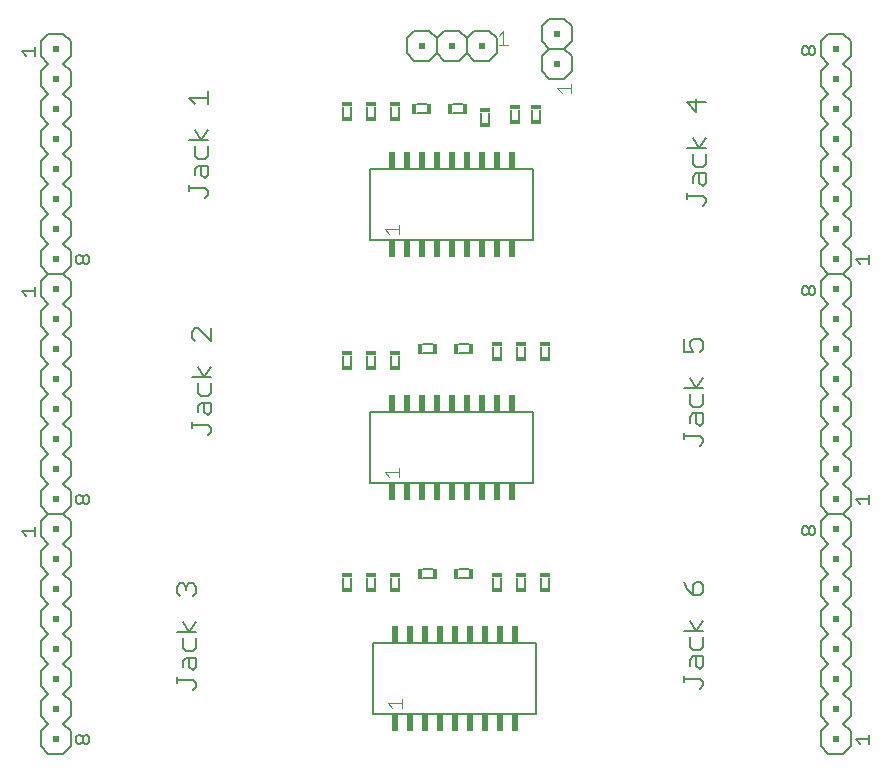
<source format=gto>
G75*
%MOIN*%
%OFA0B0*%
%FSLAX24Y24*%
%IPPOS*%
%LPD*%
%AMOC8*
5,1,8,0,0,1.08239X$1,22.5*
%
%ADD10C,0.0060*%
%ADD11C,0.0050*%
%ADD12R,0.0200X0.0200*%
%ADD13C,0.0080*%
%ADD14C,0.0040*%
%ADD15R,0.0197X0.0524*%
%ADD16R,0.0340X0.0160*%
%ADD17R,0.0160X0.0340*%
D10*
X001460Y000933D02*
X001460Y001433D01*
X001710Y001683D01*
X001460Y001933D01*
X001460Y002433D01*
X001710Y002683D01*
X001460Y002933D01*
X001460Y003433D01*
X001710Y003683D01*
X001460Y003933D01*
X001460Y004433D01*
X001710Y004683D01*
X001460Y004933D01*
X001460Y005433D01*
X001710Y005683D01*
X001460Y005933D01*
X001460Y006433D01*
X001710Y006683D01*
X001460Y006933D01*
X001460Y007433D01*
X001710Y007683D01*
X001460Y007933D01*
X001460Y008433D01*
X001710Y008683D01*
X002210Y008683D01*
X002460Y008433D01*
X002460Y007933D01*
X002210Y007683D01*
X002460Y007433D01*
X002460Y006933D01*
X002210Y006683D01*
X002460Y006433D01*
X002460Y005933D01*
X002210Y005683D01*
X002460Y005433D01*
X002460Y004933D01*
X002210Y004683D01*
X002460Y004433D01*
X002460Y003933D01*
X002210Y003683D01*
X002460Y003433D01*
X002460Y002933D01*
X002210Y002683D01*
X002460Y002433D01*
X002460Y001933D01*
X002210Y001683D01*
X002460Y001433D01*
X002460Y000933D01*
X002210Y000683D01*
X001710Y000683D01*
X001460Y000933D01*
X005989Y003027D02*
X005989Y003240D01*
X005989Y003134D02*
X006523Y003134D01*
X006630Y003027D01*
X006630Y002920D01*
X006523Y002813D01*
X006523Y003458D02*
X006416Y003565D01*
X006416Y003885D01*
X006310Y003885D02*
X006630Y003885D01*
X006630Y003565D01*
X006523Y003458D01*
X006203Y003565D02*
X006203Y003778D01*
X006310Y003885D01*
X006310Y004102D02*
X006523Y004102D01*
X006630Y004209D01*
X006630Y004529D01*
X006630Y004747D02*
X005989Y004747D01*
X006203Y004529D02*
X006203Y004209D01*
X006310Y004102D01*
X006416Y004747D02*
X006203Y005067D01*
X006416Y004747D02*
X006630Y005067D01*
X006523Y005929D02*
X006630Y006035D01*
X006630Y006249D01*
X006523Y006356D01*
X006416Y006356D01*
X006310Y006249D01*
X006310Y006142D01*
X006310Y006249D02*
X006203Y006356D01*
X006096Y006356D01*
X005989Y006249D01*
X005989Y006035D01*
X006096Y005929D01*
X002460Y008933D02*
X002210Y008683D01*
X001710Y008683D01*
X001460Y008933D01*
X001460Y009433D01*
X001710Y009683D01*
X001460Y009933D01*
X001460Y010433D01*
X001710Y010683D01*
X001460Y010933D01*
X001460Y011433D01*
X001710Y011683D01*
X001460Y011933D01*
X001460Y012433D01*
X001710Y012683D01*
X001460Y012933D01*
X001460Y013433D01*
X001710Y013683D01*
X001460Y013933D01*
X001460Y014433D01*
X001710Y014683D01*
X001460Y014933D01*
X001460Y015433D01*
X001710Y015683D01*
X001460Y015933D01*
X001460Y016433D01*
X001710Y016683D01*
X002210Y016683D01*
X002460Y016433D01*
X002460Y015933D01*
X002210Y015683D01*
X002460Y015433D01*
X002460Y014933D01*
X002210Y014683D01*
X002460Y014433D01*
X002460Y013933D01*
X002210Y013683D01*
X002460Y013433D01*
X002460Y012933D01*
X002210Y012683D01*
X002460Y012433D01*
X002460Y011933D01*
X002210Y011683D01*
X002460Y011433D01*
X002460Y010933D01*
X002210Y010683D01*
X002460Y010433D01*
X002460Y009933D01*
X002210Y009683D01*
X002460Y009433D01*
X002460Y008933D01*
X006489Y011527D02*
X006489Y011740D01*
X006489Y011634D02*
X007023Y011634D01*
X007130Y011527D01*
X007130Y011420D01*
X007023Y011313D01*
X007023Y011958D02*
X006916Y012065D01*
X006916Y012385D01*
X006810Y012385D02*
X007130Y012385D01*
X007130Y012065D01*
X007023Y011958D01*
X006703Y012065D02*
X006703Y012278D01*
X006810Y012385D01*
X006810Y012602D02*
X007023Y012602D01*
X007130Y012709D01*
X007130Y013029D01*
X007130Y013247D02*
X006489Y013247D01*
X006703Y013029D02*
X006703Y012709D01*
X006810Y012602D01*
X006916Y013247D02*
X006703Y013567D01*
X006916Y013247D02*
X007130Y013567D01*
X007130Y014429D02*
X006703Y014856D01*
X006596Y014856D01*
X006489Y014749D01*
X006489Y014535D01*
X006596Y014429D01*
X007130Y014429D02*
X007130Y014856D01*
X011520Y013953D02*
X011520Y013613D01*
X011800Y013613D02*
X011800Y013953D01*
X012320Y013953D02*
X012320Y013613D01*
X012600Y013613D02*
X012600Y013953D01*
X013120Y013953D02*
X013120Y013613D01*
X013400Y013613D02*
X013400Y013953D01*
X014190Y014043D02*
X014530Y014043D01*
X014530Y014323D02*
X014190Y014323D01*
X015390Y014323D02*
X015730Y014323D01*
X015730Y014043D02*
X015390Y014043D01*
X016520Y013913D02*
X016520Y014253D01*
X016800Y014253D02*
X016800Y013913D01*
X017320Y013913D02*
X017320Y014253D01*
X017600Y014253D02*
X017600Y013913D01*
X018120Y013913D02*
X018120Y014253D01*
X018400Y014253D02*
X018400Y013913D01*
X022889Y014069D02*
X023210Y014069D01*
X023103Y014282D01*
X023103Y014389D01*
X023210Y014496D01*
X023423Y014496D01*
X023530Y014389D01*
X023530Y014176D01*
X023423Y014069D01*
X022889Y014069D02*
X022889Y014496D01*
X023103Y013207D02*
X023316Y012887D01*
X023530Y013207D01*
X023530Y012887D02*
X022889Y012887D01*
X023103Y012670D02*
X023103Y012349D01*
X023210Y012243D01*
X023423Y012243D01*
X023530Y012349D01*
X023530Y012670D01*
X023530Y012025D02*
X023210Y012025D01*
X023103Y011918D01*
X023103Y011705D01*
X023316Y011705D02*
X023316Y012025D01*
X023530Y012025D02*
X023530Y011705D01*
X023423Y011598D01*
X023316Y011705D01*
X023423Y011274D02*
X022889Y011274D01*
X022889Y011380D02*
X022889Y011167D01*
X023423Y011274D02*
X023530Y011167D01*
X023530Y011060D01*
X023423Y010953D01*
X027460Y010933D02*
X027460Y011433D01*
X027710Y011683D01*
X027460Y011933D01*
X027460Y012433D01*
X027710Y012683D01*
X027460Y012933D01*
X027460Y013433D01*
X027710Y013683D01*
X027460Y013933D01*
X027460Y014433D01*
X027710Y014683D01*
X027460Y014933D01*
X027460Y015433D01*
X027710Y015683D01*
X027460Y015933D01*
X027460Y016433D01*
X027710Y016683D01*
X028210Y016683D01*
X028460Y016433D01*
X028460Y015933D01*
X028210Y015683D01*
X028460Y015433D01*
X028460Y014933D01*
X028210Y014683D01*
X028460Y014433D01*
X028460Y013933D01*
X028210Y013683D01*
X028460Y013433D01*
X028460Y012933D01*
X028210Y012683D01*
X028460Y012433D01*
X028460Y011933D01*
X028210Y011683D01*
X028460Y011433D01*
X028460Y010933D01*
X028210Y010683D01*
X028460Y010433D01*
X028460Y009933D01*
X028210Y009683D01*
X028460Y009433D01*
X028460Y008933D01*
X028210Y008683D01*
X028460Y008433D01*
X028460Y007933D01*
X028210Y007683D01*
X028460Y007433D01*
X028460Y006933D01*
X028210Y006683D01*
X028460Y006433D01*
X028460Y005933D01*
X028210Y005683D01*
X028460Y005433D01*
X028460Y004933D01*
X028210Y004683D01*
X028460Y004433D01*
X028460Y003933D01*
X028210Y003683D01*
X028460Y003433D01*
X028460Y002933D01*
X028210Y002683D01*
X028460Y002433D01*
X028460Y001933D01*
X028210Y001683D01*
X028460Y001433D01*
X028460Y000933D01*
X028210Y000683D01*
X027710Y000683D01*
X027460Y000933D01*
X027460Y001433D01*
X027710Y001683D01*
X027460Y001933D01*
X027460Y002433D01*
X027710Y002683D01*
X027460Y002933D01*
X027460Y003433D01*
X027710Y003683D01*
X027460Y003933D01*
X027460Y004433D01*
X027710Y004683D01*
X027460Y004933D01*
X027460Y005433D01*
X027710Y005683D01*
X027460Y005933D01*
X027460Y006433D01*
X027710Y006683D01*
X027460Y006933D01*
X027460Y007433D01*
X027710Y007683D01*
X027460Y007933D01*
X027460Y008433D01*
X027710Y008683D01*
X028210Y008683D01*
X027710Y008683D01*
X027460Y008933D01*
X027460Y009433D01*
X027710Y009683D01*
X027460Y009933D01*
X027460Y010433D01*
X027710Y010683D01*
X027460Y010933D01*
X023423Y006396D02*
X023316Y006396D01*
X023210Y006289D01*
X023210Y005969D01*
X023423Y005969D01*
X023530Y006076D01*
X023530Y006289D01*
X023423Y006396D01*
X022996Y006182D02*
X023210Y005969D01*
X022996Y006182D02*
X022889Y006396D01*
X023103Y005107D02*
X023316Y004787D01*
X023530Y005107D01*
X023530Y004787D02*
X022889Y004787D01*
X023103Y004570D02*
X023103Y004249D01*
X023210Y004143D01*
X023423Y004143D01*
X023530Y004249D01*
X023530Y004570D01*
X023530Y003925D02*
X023210Y003925D01*
X023103Y003818D01*
X023103Y003605D01*
X023316Y003605D02*
X023316Y003925D01*
X023530Y003925D02*
X023530Y003605D01*
X023423Y003498D01*
X023316Y003605D01*
X023423Y003174D02*
X022889Y003174D01*
X022889Y003280D02*
X022889Y003067D01*
X023423Y003174D02*
X023530Y003067D01*
X023530Y002960D01*
X023423Y002853D01*
X018400Y006213D02*
X018400Y006553D01*
X018120Y006553D02*
X018120Y006213D01*
X017600Y006213D02*
X017600Y006553D01*
X017320Y006553D02*
X017320Y006213D01*
X016800Y006213D02*
X016800Y006553D01*
X016520Y006553D02*
X016520Y006213D01*
X015730Y006543D02*
X015390Y006543D01*
X015390Y006823D02*
X015730Y006823D01*
X014530Y006823D02*
X014190Y006823D01*
X014190Y006543D02*
X014530Y006543D01*
X013400Y006553D02*
X013400Y006213D01*
X013120Y006213D02*
X013120Y006553D01*
X012600Y006553D02*
X012600Y006213D01*
X012320Y006213D02*
X012320Y006553D01*
X011800Y006553D02*
X011800Y006213D01*
X011520Y006213D02*
X011520Y006553D01*
X002210Y016683D02*
X001710Y016683D01*
X001460Y016933D01*
X001460Y017433D01*
X001710Y017683D01*
X001460Y017933D01*
X001460Y018433D01*
X001710Y018683D01*
X001460Y018933D01*
X001460Y019433D01*
X001710Y019683D01*
X001460Y019933D01*
X001460Y020433D01*
X001710Y020683D01*
X001460Y020933D01*
X001460Y021433D01*
X001710Y021683D01*
X001460Y021933D01*
X001460Y022433D01*
X001710Y022683D01*
X001460Y022933D01*
X001460Y023433D01*
X001710Y023683D01*
X001460Y023933D01*
X001460Y024433D01*
X001710Y024683D01*
X002210Y024683D01*
X002460Y024433D01*
X002460Y023933D01*
X002210Y023683D01*
X002460Y023433D01*
X002460Y022933D01*
X002210Y022683D01*
X002460Y022433D01*
X002460Y021933D01*
X002210Y021683D01*
X002460Y021433D01*
X002460Y020933D01*
X002210Y020683D01*
X002460Y020433D01*
X002460Y019933D01*
X002210Y019683D01*
X002460Y019433D01*
X002460Y018933D01*
X002210Y018683D01*
X002460Y018433D01*
X002460Y017933D01*
X002210Y017683D01*
X002460Y017433D01*
X002460Y016933D01*
X002210Y016683D01*
X006389Y019427D02*
X006389Y019640D01*
X006389Y019534D02*
X006923Y019534D01*
X007030Y019427D01*
X007030Y019320D01*
X006923Y019213D01*
X006923Y019858D02*
X006816Y019965D01*
X006816Y020285D01*
X006710Y020285D02*
X007030Y020285D01*
X007030Y019965D01*
X006923Y019858D01*
X006603Y019965D02*
X006603Y020178D01*
X006710Y020285D01*
X006710Y020502D02*
X006603Y020609D01*
X006603Y020929D01*
X006816Y021147D02*
X006603Y021467D01*
X006816Y021147D02*
X007030Y021467D01*
X007030Y021147D02*
X006389Y021147D01*
X007030Y020929D02*
X007030Y020609D01*
X006923Y020502D01*
X006710Y020502D01*
X006603Y022329D02*
X006389Y022542D01*
X007030Y022542D01*
X007030Y022329D02*
X007030Y022756D01*
X011520Y022253D02*
X011520Y021913D01*
X011800Y021913D02*
X011800Y022253D01*
X012320Y022253D02*
X012320Y021913D01*
X012600Y021913D02*
X012600Y022253D01*
X013120Y022253D02*
X013120Y021913D01*
X013400Y021913D02*
X013400Y022253D01*
X013990Y022323D02*
X014330Y022323D01*
X014330Y022043D02*
X013990Y022043D01*
X015190Y022043D02*
X015530Y022043D01*
X015530Y022323D02*
X015190Y022323D01*
X016120Y022053D02*
X016120Y021713D01*
X016400Y021713D02*
X016400Y022053D01*
X017120Y022153D02*
X017120Y021813D01*
X017400Y021813D02*
X017400Y022153D01*
X017820Y022153D02*
X017820Y021813D01*
X018100Y021813D02*
X018100Y022153D01*
X018410Y023183D02*
X018160Y023433D01*
X018160Y023933D01*
X018410Y024183D01*
X018160Y024433D01*
X018160Y024933D01*
X018410Y025183D01*
X018910Y025183D01*
X019160Y024933D01*
X019160Y024433D01*
X018910Y024183D01*
X019160Y023933D01*
X019160Y023433D01*
X018910Y023183D01*
X018410Y023183D01*
X018410Y024183D02*
X018910Y024183D01*
X016660Y024033D02*
X016410Y023783D01*
X015910Y023783D01*
X015660Y024033D01*
X015410Y023783D01*
X014910Y023783D01*
X014660Y024033D01*
X014410Y023783D01*
X013910Y023783D01*
X013660Y024033D01*
X013660Y024533D01*
X013910Y024783D01*
X014410Y024783D01*
X014660Y024533D01*
X014910Y024783D01*
X015410Y024783D01*
X015660Y024533D01*
X015910Y024783D01*
X016410Y024783D01*
X016660Y024533D01*
X016660Y024033D01*
X015660Y024033D02*
X015660Y024533D01*
X014660Y024533D02*
X014660Y024033D01*
X022989Y022389D02*
X023310Y022069D01*
X023310Y022496D01*
X023630Y022389D02*
X022989Y022389D01*
X023203Y021207D02*
X023416Y020887D01*
X023630Y021207D01*
X023630Y020887D02*
X022989Y020887D01*
X023203Y020670D02*
X023203Y020349D01*
X023310Y020243D01*
X023523Y020243D01*
X023630Y020349D01*
X023630Y020670D01*
X023630Y020025D02*
X023310Y020025D01*
X023203Y019918D01*
X023203Y019705D01*
X023416Y019705D02*
X023416Y020025D01*
X023630Y020025D02*
X023630Y019705D01*
X023523Y019598D01*
X023416Y019705D01*
X023523Y019274D02*
X022989Y019274D01*
X022989Y019380D02*
X022989Y019167D01*
X023523Y019274D02*
X023630Y019167D01*
X023630Y019060D01*
X023523Y018953D01*
X027460Y018933D02*
X027460Y019433D01*
X027710Y019683D01*
X027460Y019933D01*
X027460Y020433D01*
X027710Y020683D01*
X027460Y020933D01*
X027460Y021433D01*
X027710Y021683D01*
X027460Y021933D01*
X027460Y022433D01*
X027710Y022683D01*
X027460Y022933D01*
X027460Y023433D01*
X027710Y023683D01*
X027460Y023933D01*
X027460Y024433D01*
X027710Y024683D01*
X028210Y024683D01*
X028460Y024433D01*
X028460Y023933D01*
X028210Y023683D01*
X028460Y023433D01*
X028460Y022933D01*
X028210Y022683D01*
X028460Y022433D01*
X028460Y021933D01*
X028210Y021683D01*
X028460Y021433D01*
X028460Y020933D01*
X028210Y020683D01*
X028460Y020433D01*
X028460Y019933D01*
X028210Y019683D01*
X028460Y019433D01*
X028460Y018933D01*
X028210Y018683D01*
X028460Y018433D01*
X028460Y017933D01*
X028210Y017683D01*
X028460Y017433D01*
X028460Y016933D01*
X028210Y016683D01*
X027710Y016683D01*
X027460Y016933D01*
X027460Y017433D01*
X027710Y017683D01*
X027460Y017933D01*
X027460Y018433D01*
X027710Y018683D01*
X027460Y018933D01*
D11*
X028635Y017158D02*
X029085Y017158D01*
X029085Y017008D02*
X029085Y017309D01*
X028785Y017008D02*
X028635Y017158D01*
X027285Y016184D02*
X027285Y016033D01*
X027210Y015958D01*
X027135Y015958D01*
X027060Y016033D01*
X027060Y016184D01*
X027135Y016259D01*
X027210Y016259D01*
X027285Y016184D01*
X027060Y016184D02*
X026985Y016259D01*
X026910Y016259D01*
X026835Y016184D01*
X026835Y016033D01*
X026910Y015958D01*
X026985Y015958D01*
X027060Y016033D01*
X029085Y009309D02*
X029085Y009008D01*
X029085Y009158D02*
X028635Y009158D01*
X028785Y009008D01*
X027285Y008184D02*
X027285Y008033D01*
X027210Y007958D01*
X027135Y007958D01*
X027060Y008033D01*
X027060Y008184D01*
X027135Y008259D01*
X027210Y008259D01*
X027285Y008184D01*
X027060Y008184D02*
X026985Y008259D01*
X026910Y008259D01*
X026835Y008184D01*
X026835Y008033D01*
X026910Y007958D01*
X026985Y007958D01*
X027060Y008033D01*
X029085Y001309D02*
X029085Y001008D01*
X029085Y001158D02*
X028635Y001158D01*
X028785Y001008D01*
X003085Y001073D02*
X003010Y000998D01*
X002935Y000998D01*
X002860Y001073D01*
X002860Y001223D01*
X002935Y001298D01*
X003010Y001298D01*
X003085Y001223D01*
X003085Y001073D01*
X002860Y001073D02*
X002785Y000998D01*
X002710Y000998D01*
X002635Y001073D01*
X002635Y001223D01*
X002710Y001298D01*
X002785Y001298D01*
X002860Y001223D01*
X001285Y007948D02*
X001285Y008248D01*
X001285Y008098D02*
X000835Y008098D01*
X000985Y007948D01*
X002635Y009073D02*
X002635Y009223D01*
X002710Y009298D01*
X002785Y009298D01*
X002860Y009223D01*
X002860Y009073D01*
X002785Y008998D01*
X002710Y008998D01*
X002635Y009073D01*
X002860Y009073D02*
X002935Y008998D01*
X003010Y008998D01*
X003085Y009073D01*
X003085Y009223D01*
X003010Y009298D01*
X002935Y009298D01*
X002860Y009223D01*
X001285Y015948D02*
X001285Y016248D01*
X001285Y016098D02*
X000835Y016098D01*
X000985Y015948D01*
X002635Y017073D02*
X002635Y017223D01*
X002710Y017298D01*
X002785Y017298D01*
X002860Y017223D01*
X002860Y017073D01*
X002785Y016998D01*
X002710Y016998D01*
X002635Y017073D01*
X002860Y017073D02*
X002935Y016998D01*
X003010Y016998D01*
X003085Y017073D01*
X003085Y017223D01*
X003010Y017298D01*
X002935Y017298D01*
X002860Y017223D01*
X001285Y023948D02*
X001285Y024248D01*
X001285Y024098D02*
X000835Y024098D01*
X000985Y023948D01*
X026835Y024033D02*
X026835Y024184D01*
X026910Y024259D01*
X026985Y024259D01*
X027060Y024184D01*
X027060Y024033D01*
X026985Y023958D01*
X026910Y023958D01*
X026835Y024033D01*
X027060Y024033D02*
X027135Y023958D01*
X027210Y023958D01*
X027285Y024033D01*
X027285Y024184D01*
X027210Y024259D01*
X027135Y024259D01*
X027060Y024184D01*
D12*
X027960Y024183D03*
X027960Y023183D03*
X027960Y022183D03*
X027960Y021183D03*
X027960Y020183D03*
X027960Y019183D03*
X027960Y018183D03*
X027960Y017183D03*
X027960Y016183D03*
X027960Y015183D03*
X027960Y014183D03*
X027960Y013183D03*
X027960Y012183D03*
X027960Y011183D03*
X027960Y010183D03*
X027960Y009183D03*
X027960Y008183D03*
X027960Y007183D03*
X027960Y006183D03*
X027960Y005183D03*
X027960Y004183D03*
X027960Y003183D03*
X027960Y002183D03*
X027960Y001183D03*
X001960Y001183D03*
X001960Y002183D03*
X001960Y003183D03*
X001960Y004183D03*
X001960Y005183D03*
X001960Y006183D03*
X001960Y007183D03*
X001960Y008183D03*
X001960Y009183D03*
X001960Y010183D03*
X001960Y011183D03*
X001960Y012183D03*
X001960Y013183D03*
X001960Y014183D03*
X001960Y015183D03*
X001960Y016183D03*
X001960Y017183D03*
X001960Y018183D03*
X001960Y019183D03*
X001960Y020183D03*
X001960Y021183D03*
X001960Y022183D03*
X001960Y023183D03*
X001960Y024183D03*
X014160Y024283D03*
X015160Y024283D03*
X016160Y024283D03*
X018660Y024683D03*
X018660Y023683D03*
D13*
X017869Y020168D02*
X012451Y020168D01*
X012451Y017798D01*
X017869Y017798D01*
X017869Y020168D01*
X017869Y012068D02*
X012451Y012068D01*
X012451Y009698D01*
X017869Y009698D01*
X017869Y012068D01*
X017969Y004368D02*
X012551Y004368D01*
X012551Y001998D01*
X017969Y001998D01*
X017969Y004368D01*
D14*
X013490Y002510D02*
X013490Y002203D01*
X013490Y002357D02*
X013030Y002357D01*
X013183Y002203D01*
X013083Y009903D02*
X012930Y010057D01*
X013390Y010057D01*
X013390Y010210D02*
X013390Y009903D01*
X013390Y018003D02*
X013390Y018310D01*
X013390Y018157D02*
X012930Y018157D01*
X013083Y018003D01*
X018680Y022857D02*
X019140Y022857D01*
X019140Y023010D02*
X019140Y022703D01*
X018833Y022703D02*
X018680Y022857D01*
X017027Y024303D02*
X016720Y024303D01*
X016873Y024303D02*
X016873Y024764D01*
X016720Y024610D01*
D15*
X016660Y020470D03*
X016160Y020470D03*
X015660Y020470D03*
X015160Y020470D03*
X014660Y020470D03*
X014160Y020470D03*
X013660Y020470D03*
X013160Y020470D03*
X013160Y017497D03*
X013660Y017497D03*
X014160Y017497D03*
X014660Y017497D03*
X015160Y017497D03*
X015660Y017497D03*
X016160Y017497D03*
X016660Y017497D03*
X017160Y017497D03*
X017160Y020470D03*
X017160Y012370D03*
X016660Y012370D03*
X016160Y012370D03*
X015660Y012370D03*
X015160Y012370D03*
X014660Y012370D03*
X014160Y012370D03*
X013660Y012370D03*
X013160Y012370D03*
X013160Y009397D03*
X013660Y009397D03*
X014160Y009397D03*
X014660Y009397D03*
X015160Y009397D03*
X015660Y009397D03*
X016160Y009397D03*
X016660Y009397D03*
X017160Y009397D03*
X017260Y004670D03*
X016760Y004670D03*
X016260Y004670D03*
X015760Y004670D03*
X015260Y004670D03*
X014760Y004670D03*
X014260Y004670D03*
X013760Y004670D03*
X013260Y004670D03*
X013260Y001697D03*
X013760Y001697D03*
X014260Y001697D03*
X014760Y001697D03*
X015260Y001697D03*
X015760Y001697D03*
X016260Y001697D03*
X016760Y001697D03*
X017260Y001697D03*
D16*
X017460Y006133D03*
X017460Y006633D03*
X016660Y006633D03*
X016660Y006133D03*
X018260Y006133D03*
X018260Y006633D03*
X013260Y006633D03*
X013260Y006133D03*
X012460Y006133D03*
X012460Y006633D03*
X011660Y006633D03*
X011660Y006133D03*
X011660Y013533D03*
X011660Y014033D03*
X012460Y014033D03*
X012460Y013533D03*
X013260Y013533D03*
X013260Y014033D03*
X016660Y013833D03*
X016660Y014333D03*
X017460Y014333D03*
X017460Y013833D03*
X018260Y013833D03*
X018260Y014333D03*
X017960Y021733D03*
X017960Y022233D03*
X017260Y022233D03*
X017260Y021733D03*
X016260Y021633D03*
X016260Y022133D03*
X013260Y022333D03*
X013260Y021833D03*
X012460Y021833D03*
X012460Y022333D03*
X011660Y022333D03*
X011660Y021833D03*
D17*
X013910Y022183D03*
X014410Y022183D03*
X015110Y022183D03*
X015610Y022183D03*
X015810Y014183D03*
X015310Y014183D03*
X014610Y014183D03*
X014110Y014183D03*
X014110Y006683D03*
X014610Y006683D03*
X015310Y006683D03*
X015810Y006683D03*
M02*

</source>
